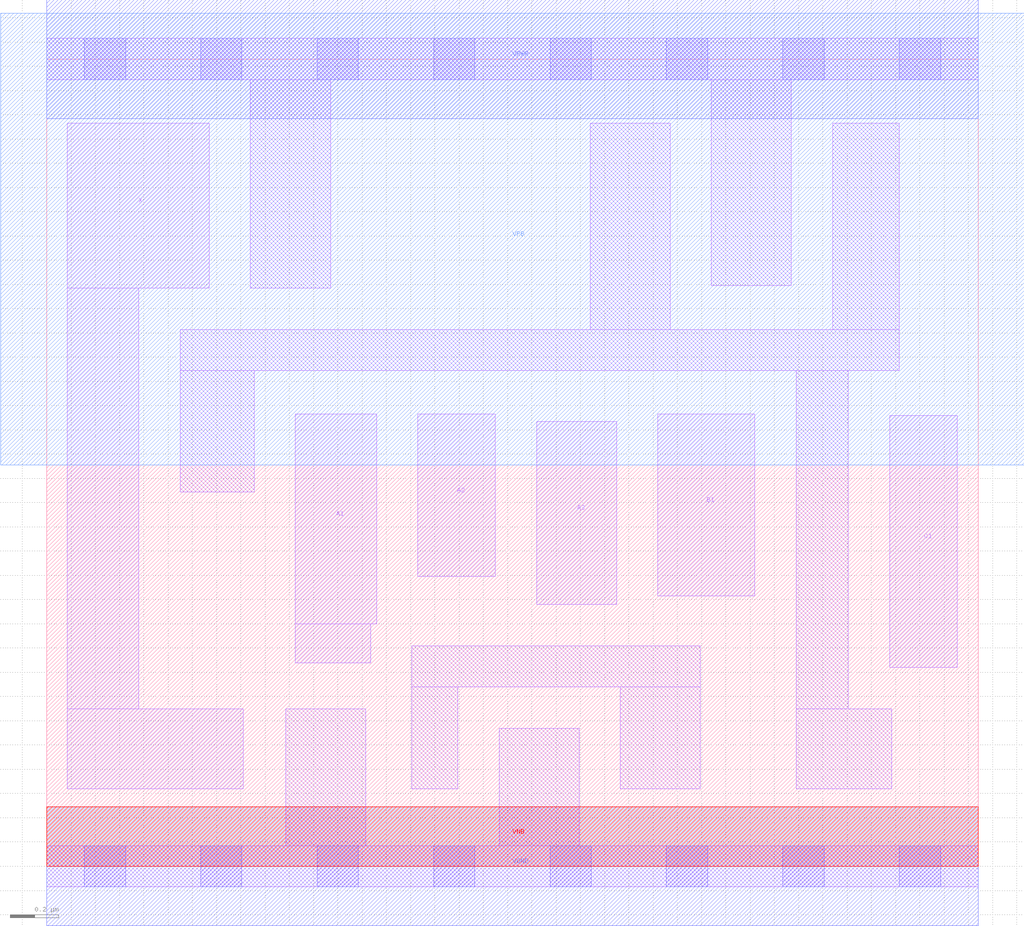
<source format=lef>
# Copyright 2020 The SkyWater PDK Authors
#
# Licensed under the Apache License, Version 2.0 (the "License");
# you may not use this file except in compliance with the License.
# You may obtain a copy of the License at
#
#     https://www.apache.org/licenses/LICENSE-2.0
#
# Unless required by applicable law or agreed to in writing, software
# distributed under the License is distributed on an "AS IS" BASIS,
# WITHOUT WARRANTIES OR CONDITIONS OF ANY KIND, either express or implied.
# See the License for the specific language governing permissions and
# limitations under the License.
#
# SPDX-License-Identifier: Apache-2.0

VERSION 5.7 ;
  NOWIREEXTENSIONATPIN ON ;
  DIVIDERCHAR "/" ;
  BUSBITCHARS "[]" ;
MACRO sky130_fd_sc_lp__o311a_0
  CLASS CORE ;
  FOREIGN sky130_fd_sc_lp__o311a_0 ;
  ORIGIN  0.000000  0.000000 ;
  SIZE  3.840000 BY  3.330000 ;
  SYMMETRY X Y R90 ;
  SITE unit ;
  PIN A1
    ANTENNAGATEAREA  0.159000 ;
    DIRECTION INPUT ;
    USE SIGNAL ;
    PORT
      LAYER li1 ;
        RECT 1.025000 0.840000 1.335000 1.000000 ;
        RECT 1.025000 1.000000 1.360000 1.865000 ;
    END
  END A1
  PIN A2
    ANTENNAGATEAREA  0.159000 ;
    DIRECTION INPUT ;
    USE SIGNAL ;
    PORT
      LAYER li1 ;
        RECT 1.530000 1.195000 1.850000 1.865000 ;
    END
  END A2
  PIN A3
    ANTENNAGATEAREA  0.159000 ;
    DIRECTION INPUT ;
    USE SIGNAL ;
    PORT
      LAYER li1 ;
        RECT 2.020000 1.080000 2.350000 1.835000 ;
    END
  END A3
  PIN B1
    ANTENNAGATEAREA  0.159000 ;
    DIRECTION INPUT ;
    USE SIGNAL ;
    PORT
      LAYER li1 ;
        RECT 2.520000 1.115000 2.920000 1.865000 ;
    END
  END B1
  PIN C1
    ANTENNAGATEAREA  0.159000 ;
    DIRECTION INPUT ;
    USE SIGNAL ;
    PORT
      LAYER li1 ;
        RECT 3.475000 0.820000 3.755000 1.860000 ;
    END
  END C1
  PIN X
    ANTENNADIFFAREA  0.423700 ;
    DIRECTION OUTPUT ;
    USE SIGNAL ;
    PORT
      LAYER li1 ;
        RECT 0.085000 0.320000 0.810000 0.650000 ;
        RECT 0.085000 0.650000 0.380000 2.385000 ;
        RECT 0.085000 2.385000 0.670000 3.065000 ;
    END
  END X
  PIN VGND
    DIRECTION INOUT ;
    USE GROUND ;
    PORT
      LAYER met1 ;
        RECT 0.000000 -0.245000 3.840000 0.245000 ;
    END
  END VGND
  PIN VNB
    DIRECTION INOUT ;
    USE GROUND ;
    PORT
      LAYER pwell ;
        RECT 0.000000 0.000000 3.840000 0.245000 ;
    END
  END VNB
  PIN VPB
    DIRECTION INOUT ;
    USE POWER ;
    PORT
      LAYER nwell ;
        RECT -0.190000 1.655000 4.030000 3.520000 ;
    END
  END VPB
  PIN VPWR
    DIRECTION INOUT ;
    USE POWER ;
    PORT
      LAYER met1 ;
        RECT 0.000000 3.085000 3.840000 3.575000 ;
    END
  END VPWR
  OBS
    LAYER li1 ;
      RECT 0.000000 -0.085000 3.840000 0.085000 ;
      RECT 0.000000  3.245000 3.840000 3.415000 ;
      RECT 0.550000  1.545000 0.855000 2.045000 ;
      RECT 0.550000  2.045000 3.515000 2.215000 ;
      RECT 0.840000  2.385000 1.170000 3.245000 ;
      RECT 0.985000  0.085000 1.315000 0.650000 ;
      RECT 1.505000  0.320000 1.695000 0.740000 ;
      RECT 1.505000  0.740000 2.695000 0.910000 ;
      RECT 1.865000  0.085000 2.195000 0.570000 ;
      RECT 2.240000  2.215000 2.570000 3.065000 ;
      RECT 2.365000  0.320000 2.695000 0.740000 ;
      RECT 2.740000  2.395000 3.070000 3.245000 ;
      RECT 3.090000  0.320000 3.485000 0.650000 ;
      RECT 3.090000  0.650000 3.305000 2.045000 ;
      RECT 3.240000  2.215000 3.515000 3.065000 ;
    LAYER mcon ;
      RECT 0.155000 -0.085000 0.325000 0.085000 ;
      RECT 0.155000  3.245000 0.325000 3.415000 ;
      RECT 0.635000 -0.085000 0.805000 0.085000 ;
      RECT 0.635000  3.245000 0.805000 3.415000 ;
      RECT 1.115000 -0.085000 1.285000 0.085000 ;
      RECT 1.115000  3.245000 1.285000 3.415000 ;
      RECT 1.595000 -0.085000 1.765000 0.085000 ;
      RECT 1.595000  3.245000 1.765000 3.415000 ;
      RECT 2.075000 -0.085000 2.245000 0.085000 ;
      RECT 2.075000  3.245000 2.245000 3.415000 ;
      RECT 2.555000 -0.085000 2.725000 0.085000 ;
      RECT 2.555000  3.245000 2.725000 3.415000 ;
      RECT 3.035000 -0.085000 3.205000 0.085000 ;
      RECT 3.035000  3.245000 3.205000 3.415000 ;
      RECT 3.515000 -0.085000 3.685000 0.085000 ;
      RECT 3.515000  3.245000 3.685000 3.415000 ;
  END
END sky130_fd_sc_lp__o311a_0
END LIBRARY

</source>
